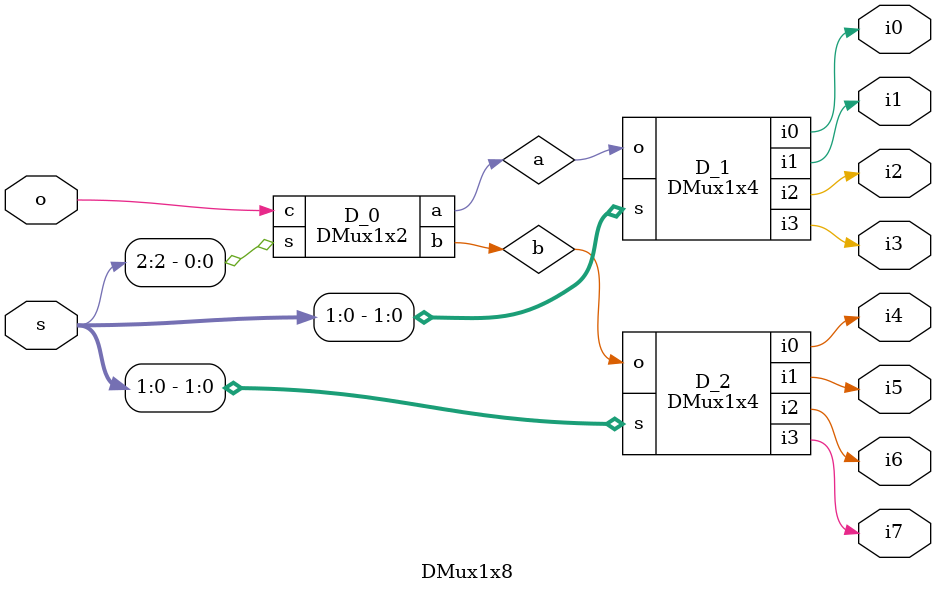
<source format=v>
module NotGate(a,b) ; 

output b ;
input a ;

nand(b,a,a) ;

endmodule 

module AndGate(a,b,c) ; 

output c ;
input a,b ;
wire x ;

nand(x,a,b);
nand(c,x,x) ;

endmodule 

module OrGate(a,b,c) ; 

output c ;
input a,b ;
wire x,y ;

nand(x,a,a) ;
nand(y,b,b) ;
nand(c,x,y) ;

endmodule

module DMux1x2(c,s,a,b) ; 

output a,b ;
input s,c ;
wire s_,x1,y1,x2,y2,z ;

NotGate NG_1(s,s_) ;

AndGate AG_0(c,s_,x1) ;
AndGate AG_0_0(z,s,y1) ;
OrGate OG1(y1,x1,a) ;

AndGate AG_1(c,s,x2) ;
AndGate AG_1_0(z,s_,y2) ;
OrGate OG2(y2,x2,b) ;

endmodule 

module DMux1x4(o,s,i0,i1,i2,i3) ;	

output i0,i1,i2,i3 ;
input o ;
input [1:0] s ; 
wire a,b ;

DMux1x2 D_0(o,s[1],a,b) ;
DMux1x2 D_1(a,s[0],i0,i1) ;
DMux1x2 D_2(b,s[0],i2,i3) ;

endmodule

module DMux1x8(o,s,i0,i1,i2,i3,i4,i5,i6,i7) ;
output i0,i1,i2,i3,i4,i5,i6,i7;
input o;
input [2:0] s;
wire a,b ;

DMux1x2 D_0(o,s[2],a,b) ;
DMux1x4 D_1(a,s[1:0],i0,i1,i2,i3) ;
DMux1x4 D_2(b,s[1:0],i4,i5,i6,i7) ;

endmodule 
</source>
